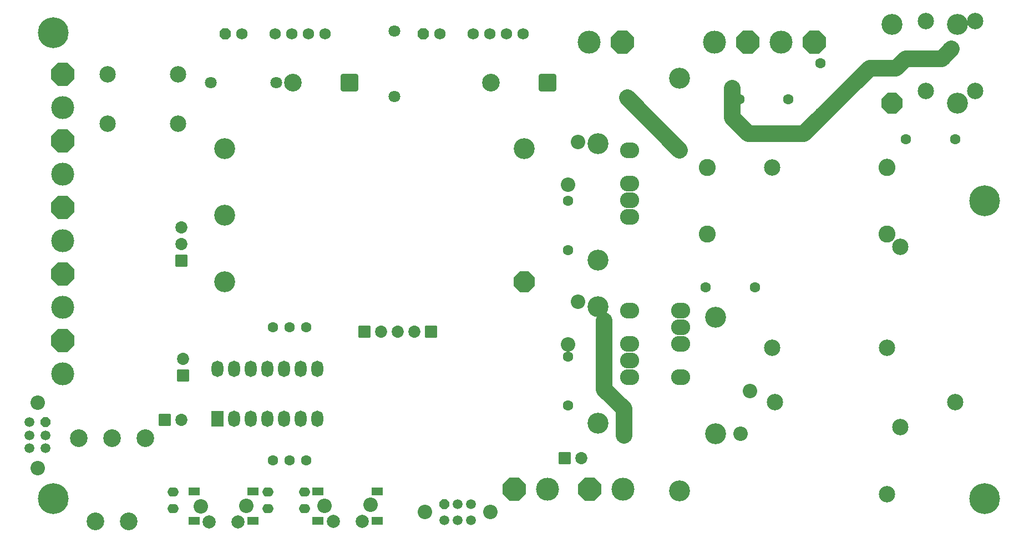
<source format=gts>
G04*
G04 #@! TF.GenerationSoftware,Altium Limited,Altium Designer,21.3.2 (30)*
G04*
G04 Layer_Color=8388736*
%FSLAX25Y25*%
%MOIN*%
G70*
G04*
G04 #@! TF.SameCoordinates,82E3065C-4493-458C-8774-CE3C9F48797D*
G04*
G04*
G04 #@! TF.FilePolarity,Negative*
G04*
G01*
G75*
%ADD18C,0.10000*%
%ADD19R,0.06800X0.04800*%
%ADD20P,0.06406X8X22.5*%
%ADD21C,0.05918*%
%ADD22C,0.08674*%
%ADD23P,0.06406X8X292.5*%
%ADD24C,0.06312*%
%ADD25C,0.12611*%
%ADD26C,0.13792*%
%ADD27P,0.14929X8X22.5*%
%ADD28O,0.11430X0.09619*%
%ADD29C,0.09855*%
%ADD30C,0.07887*%
%ADD31C,0.06800*%
%ADD32P,0.07360X8X22.5*%
%ADD33C,0.07300*%
G04:AMPARAMS|DCode=34|XSize=73mil|YSize=73mil|CornerRadius=7.25mil|HoleSize=0mil|Usage=FLASHONLY|Rotation=180.000|XOffset=0mil|YOffset=0mil|HoleType=Round|Shape=RoundedRectangle|*
%AMROUNDEDRECTD34*
21,1,0.07300,0.05850,0,0,180.0*
21,1,0.05850,0.07300,0,0,180.0*
1,1,0.01450,-0.02925,0.02925*
1,1,0.01450,0.02925,0.02925*
1,1,0.01450,0.02925,-0.02925*
1,1,0.01450,-0.02925,-0.02925*
%
%ADD34ROUNDEDRECTD34*%
%ADD35P,0.13650X8X292.5*%
G04:AMPARAMS|DCode=36|XSize=73mil|YSize=73mil|CornerRadius=7.25mil|HoleSize=0mil|Usage=FLASHONLY|Rotation=90.000|XOffset=0mil|YOffset=0mil|HoleType=Round|Shape=RoundedRectangle|*
%AMROUNDEDRECTD36*
21,1,0.07300,0.05850,0,0,90.0*
21,1,0.05850,0.07300,0,0,90.0*
1,1,0.01450,0.02925,0.02925*
1,1,0.01450,0.02925,-0.02925*
1,1,0.01450,-0.02925,-0.02925*
1,1,0.01450,-0.02925,0.02925*
%
%ADD36ROUNDEDRECTD36*%
%ADD37C,0.10642*%
G04:AMPARAMS|DCode=38|XSize=106.42mil|YSize=106.42mil|CornerRadius=13.84mil|HoleSize=0mil|Usage=FLASHONLY|Rotation=0.000|XOffset=0mil|YOffset=0mil|HoleType=Round|Shape=RoundedRectangle|*
%AMROUNDEDRECTD38*
21,1,0.10642,0.07874,0,0,0.0*
21,1,0.07874,0.10642,0,0,0.0*
1,1,0.02769,0.03937,-0.03937*
1,1,0.02769,-0.03937,-0.03937*
1,1,0.02769,-0.03937,0.03937*
1,1,0.02769,0.03937,0.03937*
%
%ADD38ROUNDEDRECTD38*%
%ADD39C,0.07099*%
%ADD40P,0.13650X8X202.5*%
%ADD41P,0.14929X8X292.5*%
%ADD42C,0.10249*%
%ADD43O,0.06706X0.05524*%
%ADD44O,0.07200X0.09800*%
%ADD45R,0.07200X0.09800*%
%ADD46C,0.18517*%
G54D18*
X486221Y265748D02*
X498032Y253937D01*
Y238189D01*
X486221Y265748D02*
Y307087D01*
X531496Y409449D02*
X500000Y440945D01*
X572835Y419291D02*
X606299D01*
X645669Y458661D01*
X661417D01*
X667323Y464567D01*
X688976D01*
X694882Y470472D01*
X562992Y446850D02*
Y429134D01*
X572835Y419291D01*
G54D19*
X239784Y186750D02*
D03*
Y204250D02*
D03*
X275217Y186750D02*
D03*
Y204250D02*
D03*
X314283Y186750D02*
D03*
Y204250D02*
D03*
X349716Y186750D02*
D03*
Y204250D02*
D03*
G54D20*
X390252Y196843D02*
D03*
G54D21*
X150591Y230315D02*
D03*
Y238189D02*
D03*
X140748D02*
D03*
Y246063D02*
D03*
Y230315D02*
D03*
X390252Y187000D02*
D03*
X398126D02*
D03*
X406000D02*
D03*
Y196843D02*
D03*
X398126D02*
D03*
G54D22*
X145669Y218504D02*
D03*
Y257874D02*
D03*
X243721Y195374D02*
D03*
X271280Y195768D02*
D03*
X318220Y195874D02*
D03*
X345779Y196268D02*
D03*
X378441Y191921D02*
D03*
X417811D02*
D03*
X464547Y292705D02*
D03*
X470453Y318295D02*
D03*
X464547Y388705D02*
D03*
X470453Y414295D02*
D03*
X573953Y264795D02*
D03*
X568047Y239205D02*
D03*
G54D23*
X150591Y246063D02*
D03*
G54D24*
X287000Y223000D02*
D03*
X297000D02*
D03*
X307000D02*
D03*
Y303000D02*
D03*
X297000D02*
D03*
X287000D02*
D03*
X464500Y256000D02*
D03*
Y285528D02*
D03*
Y349500D02*
D03*
Y379028D02*
D03*
X547236Y327000D02*
D03*
X576764D02*
D03*
X667472Y416000D02*
D03*
X697000D02*
D03*
X616142Y461614D02*
D03*
X596949Y440000D02*
D03*
X616142Y432087D02*
D03*
X567421Y440000D02*
D03*
G54D25*
X258000Y330500D02*
D03*
Y370500D02*
D03*
Y410500D02*
D03*
X438000D02*
D03*
X482500Y413500D02*
D03*
X531496Y452756D02*
D03*
X482500Y343500D02*
D03*
Y315500D02*
D03*
Y245500D02*
D03*
X531496Y204724D02*
D03*
X553000Y239000D02*
D03*
Y309000D02*
D03*
X698500Y437756D02*
D03*
Y485000D02*
D03*
X659130D02*
D03*
G54D26*
X160748Y275000D02*
D03*
Y315000D02*
D03*
Y355000D02*
D03*
Y395000D02*
D03*
Y435000D02*
D03*
X452000Y205748D02*
D03*
X497500D02*
D03*
X592500Y474252D02*
D03*
X552500D02*
D03*
X477000D02*
D03*
G54D27*
X432000Y205748D02*
D03*
X477500D02*
D03*
X612500Y474252D02*
D03*
X572500D02*
D03*
X497000D02*
D03*
G54D28*
X501500Y273000D02*
D03*
Y283000D02*
D03*
Y293000D02*
D03*
Y313000D02*
D03*
X532000Y273000D02*
D03*
Y293000D02*
D03*
Y303000D02*
D03*
Y313000D02*
D03*
X501500Y369500D02*
D03*
Y379500D02*
D03*
Y389500D02*
D03*
Y409500D02*
D03*
G54D29*
X230000Y425472D02*
D03*
Y455000D02*
D03*
X187874D02*
D03*
Y425472D02*
D03*
X588866Y258000D02*
D03*
X587000Y290732D02*
D03*
X656000Y290866D02*
D03*
X664000Y243000D02*
D03*
X697134Y258000D02*
D03*
X656000Y202575D02*
D03*
X664000Y351268D02*
D03*
X656000Y399134D02*
D03*
Y399425D02*
D03*
X679472Y445000D02*
D03*
X709000D02*
D03*
Y487126D02*
D03*
X679472D02*
D03*
X587000Y399000D02*
D03*
G54D30*
X248839Y185925D02*
D03*
X266161D02*
D03*
X323339Y186425D02*
D03*
X340661D02*
D03*
G54D31*
X437500Y479500D02*
D03*
X427500D02*
D03*
X417500D02*
D03*
X407500D02*
D03*
X387500D02*
D03*
X318500D02*
D03*
X308500D02*
D03*
X298500D02*
D03*
X288500D02*
D03*
X268500D02*
D03*
G54D32*
X377500Y479500D02*
D03*
X258500D02*
D03*
G54D33*
X232000Y247500D02*
D03*
X233000Y284000D02*
D03*
X232000Y353000D02*
D03*
Y363000D02*
D03*
X352000Y300374D02*
D03*
X362000D02*
D03*
X372000D02*
D03*
X472598Y224410D02*
D03*
G54D34*
X222000Y247500D02*
D03*
X342000Y300374D02*
D03*
X382000D02*
D03*
X462598Y224410D02*
D03*
G54D35*
X659130Y437756D02*
D03*
G54D36*
X233000Y274000D02*
D03*
X232000Y343000D02*
D03*
G54D37*
X180500Y186500D02*
D03*
X200500D02*
D03*
X210500Y236500D02*
D03*
X190500D02*
D03*
X170500D02*
D03*
X299000Y450000D02*
D03*
X418000D02*
D03*
G54D38*
X452000Y450000D02*
D03*
X333000D02*
D03*
G54D39*
X360000Y441815D02*
D03*
Y481185D02*
D03*
X289185Y450000D02*
D03*
X249815D02*
D03*
G54D40*
X438000Y330500D02*
D03*
G54D41*
X160748Y295000D02*
D03*
Y335000D02*
D03*
Y375000D02*
D03*
Y415000D02*
D03*
Y455000D02*
D03*
G54D42*
X548000Y359000D02*
D03*
Y399158D02*
D03*
X656268Y359000D02*
D03*
Y399158D02*
D03*
G54D43*
X227000Y194000D02*
D03*
Y204000D02*
D03*
X284000D02*
D03*
Y194000D02*
D03*
X306000D02*
D03*
Y204000D02*
D03*
G54D44*
X263653Y248000D02*
D03*
X273654D02*
D03*
X283653D02*
D03*
X293653D02*
D03*
X303654D02*
D03*
X313653D02*
D03*
Y278000D02*
D03*
X303654D02*
D03*
X293653D02*
D03*
X283653D02*
D03*
X273654D02*
D03*
X263653D02*
D03*
X253654D02*
D03*
G54D45*
X253654Y248000D02*
D03*
G54D46*
X155000Y200000D02*
D03*
Y480000D02*
D03*
X714685Y200000D02*
D03*
Y379000D02*
D03*
M02*

</source>
